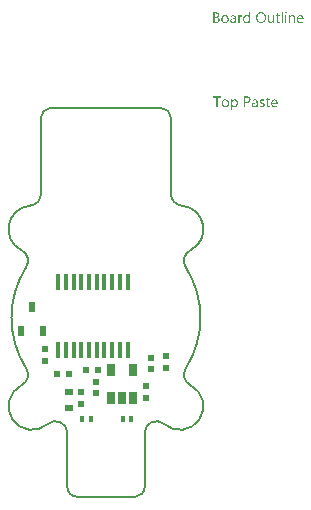
<source format=gtp>
G04*
G04 #@! TF.GenerationSoftware,Altium Limited,Altium Designer,21.8.1 (53)*
G04*
G04 Layer_Color=8421504*
%FSAX25Y25*%
%MOIN*%
G70*
G04*
G04 #@! TF.SameCoordinates,18D3F597-79DD-4A29-BD4C-A2841DF7949F*
G04*
G04*
G04 #@! TF.FilePolarity,Positive*
G04*
G01*
G75*
%ADD12C,0.00787*%
%ADD16R,0.02362X0.03543*%
%ADD17R,0.02756X0.03937*%
%ADD18R,0.01575X0.05315*%
%ADD19R,0.02165X0.01968*%
%ADD20R,0.01280X0.02461*%
%ADD21R,0.03150X0.02362*%
%ADD22R,0.02165X0.01968*%
%ADD23R,0.01968X0.02165*%
%ADD24R,0.01968X0.02165*%
G36*
X0060012Y0137578D02*
X0060037D01*
X0060093Y0137554D01*
X0060124Y0137535D01*
X0060155Y0137510D01*
X0060161Y0137504D01*
X0060167Y0137498D01*
X0060198Y0137461D01*
X0060223Y0137399D01*
X0060229Y0137362D01*
X0060235Y0137325D01*
Y0137319D01*
Y0137306D01*
X0060229Y0137287D01*
X0060223Y0137263D01*
X0060204Y0137201D01*
X0060179Y0137170D01*
X0060155Y0137139D01*
X0060148D01*
X0060142Y0137127D01*
X0060105Y0137102D01*
X0060049Y0137077D01*
X0060012Y0137071D01*
X0059975Y0137065D01*
X0059957D01*
X0059938Y0137071D01*
X0059913D01*
X0059851Y0137096D01*
X0059820Y0137108D01*
X0059789Y0137133D01*
Y0137139D01*
X0059777Y0137145D01*
X0059765Y0137164D01*
X0059752Y0137182D01*
X0059728Y0137244D01*
X0059721Y0137281D01*
X0059715Y0137325D01*
Y0137331D01*
Y0137343D01*
X0059721Y0137362D01*
X0059728Y0137393D01*
X0059746Y0137449D01*
X0059765Y0137479D01*
X0059789Y0137510D01*
X0059796Y0137517D01*
X0059802Y0137523D01*
X0059839Y0137548D01*
X0059901Y0137572D01*
X0059938Y0137585D01*
X0059994D01*
X0060012Y0137578D01*
D02*
G37*
G36*
X0048022Y0133914D02*
X0047620D01*
Y0134335D01*
X0047607D01*
Y0134329D01*
X0047595Y0134316D01*
X0047576Y0134292D01*
X0047558Y0134261D01*
X0047527Y0134223D01*
X0047490Y0134186D01*
X0047447Y0134143D01*
X0047397Y0134100D01*
X0047341Y0134050D01*
X0047273Y0134007D01*
X0047205Y0133970D01*
X0047125Y0133932D01*
X0047044Y0133902D01*
X0046951Y0133877D01*
X0046852Y0133864D01*
X0046747Y0133858D01*
X0046704D01*
X0046667Y0133864D01*
X0046630Y0133871D01*
X0046580Y0133877D01*
X0046475Y0133902D01*
X0046351Y0133939D01*
X0046227Y0134001D01*
X0046159Y0134038D01*
X0046103Y0134081D01*
X0046041Y0134137D01*
X0045986Y0134193D01*
Y0134199D01*
X0045973Y0134211D01*
X0045961Y0134230D01*
X0045942Y0134254D01*
X0045924Y0134285D01*
X0045899Y0134329D01*
X0045874Y0134378D01*
X0045849Y0134434D01*
X0045819Y0134496D01*
X0045794Y0134564D01*
X0045769Y0134638D01*
X0045750Y0134719D01*
X0045732Y0134805D01*
X0045720Y0134904D01*
X0045713Y0135003D01*
X0045707Y0135109D01*
Y0135115D01*
Y0135133D01*
Y0135170D01*
X0045713Y0135214D01*
X0045720Y0135263D01*
X0045726Y0135325D01*
X0045732Y0135393D01*
X0045744Y0135468D01*
X0045781Y0135629D01*
X0045837Y0135796D01*
X0045874Y0135876D01*
X0045918Y0135957D01*
X0045961Y0136031D01*
X0046017Y0136105D01*
X0046023Y0136111D01*
X0046029Y0136124D01*
X0046048Y0136142D01*
X0046072Y0136167D01*
X0046103Y0136192D01*
X0046147Y0136223D01*
X0046190Y0136260D01*
X0046240Y0136297D01*
X0046363Y0136365D01*
X0046506Y0136427D01*
X0046586Y0136446D01*
X0046673Y0136464D01*
X0046759Y0136477D01*
X0046859Y0136483D01*
X0046908D01*
X0046945Y0136477D01*
X0046982Y0136470D01*
X0047032Y0136464D01*
X0047143Y0136433D01*
X0047267Y0136384D01*
X0047329Y0136353D01*
X0047391Y0136310D01*
X0047453Y0136266D01*
X0047508Y0136211D01*
X0047558Y0136149D01*
X0047607Y0136074D01*
X0047620D01*
Y0137634D01*
X0048022D01*
Y0133914D01*
D02*
G37*
G36*
X0062290Y0136477D02*
X0062364Y0136470D01*
X0062457Y0136452D01*
X0062556Y0136421D01*
X0062661Y0136371D01*
X0062767Y0136303D01*
X0062810Y0136266D01*
X0062853Y0136217D01*
X0062866Y0136204D01*
X0062891Y0136167D01*
X0062922Y0136105D01*
X0062965Y0136019D01*
X0063002Y0135913D01*
X0063039Y0135783D01*
X0063064Y0135629D01*
X0063070Y0135449D01*
Y0133914D01*
X0062668D01*
Y0135344D01*
Y0135350D01*
Y0135381D01*
X0062661Y0135418D01*
Y0135468D01*
X0062649Y0135530D01*
X0062637Y0135598D01*
X0062618Y0135672D01*
X0062594Y0135746D01*
X0062563Y0135820D01*
X0062525Y0135889D01*
X0062476Y0135957D01*
X0062420Y0136019D01*
X0062358Y0136068D01*
X0062278Y0136105D01*
X0062191Y0136136D01*
X0062086Y0136142D01*
X0062073D01*
X0062036Y0136136D01*
X0061981Y0136130D01*
X0061913Y0136111D01*
X0061832Y0136087D01*
X0061745Y0136043D01*
X0061665Y0135988D01*
X0061585Y0135913D01*
X0061578Y0135901D01*
X0061554Y0135876D01*
X0061523Y0135827D01*
X0061485Y0135759D01*
X0061448Y0135678D01*
X0061417Y0135579D01*
X0061393Y0135468D01*
X0061386Y0135344D01*
Y0133914D01*
X0060984D01*
Y0136427D01*
X0061386D01*
Y0136006D01*
X0061399D01*
X0061405Y0136012D01*
X0061411Y0136025D01*
X0061430Y0136049D01*
X0061454Y0136081D01*
X0061479Y0136118D01*
X0061516Y0136155D01*
X0061560Y0136198D01*
X0061609Y0136248D01*
X0061665Y0136291D01*
X0061727Y0136334D01*
X0061795Y0136371D01*
X0061869Y0136408D01*
X0061944Y0136440D01*
X0062030Y0136464D01*
X0062123Y0136477D01*
X0062222Y0136483D01*
X0062259D01*
X0062290Y0136477D01*
D02*
G37*
G36*
X0045292Y0136464D02*
X0045367Y0136458D01*
X0045410Y0136446D01*
X0045441Y0136433D01*
Y0136019D01*
X0045435Y0136025D01*
X0045422Y0136031D01*
X0045398Y0136043D01*
X0045367Y0136062D01*
X0045323Y0136074D01*
X0045268Y0136087D01*
X0045206Y0136093D01*
X0045138Y0136099D01*
X0045125D01*
X0045094Y0136093D01*
X0045045Y0136087D01*
X0044989Y0136068D01*
X0044915Y0136037D01*
X0044847Y0135994D01*
X0044772Y0135932D01*
X0044704Y0135851D01*
X0044698Y0135839D01*
X0044680Y0135808D01*
X0044649Y0135752D01*
X0044618Y0135678D01*
X0044587Y0135585D01*
X0044556Y0135468D01*
X0044537Y0135338D01*
X0044531Y0135189D01*
Y0133914D01*
X0044129D01*
Y0136427D01*
X0044531D01*
Y0135907D01*
X0044543D01*
Y0135913D01*
X0044550Y0135919D01*
X0044562Y0135951D01*
X0044581Y0136000D01*
X0044611Y0136062D01*
X0044642Y0136124D01*
X0044692Y0136192D01*
X0044741Y0136260D01*
X0044803Y0136322D01*
X0044810Y0136328D01*
X0044834Y0136347D01*
X0044872Y0136371D01*
X0044921Y0136396D01*
X0044977Y0136421D01*
X0045045Y0136446D01*
X0045119Y0136464D01*
X0045200Y0136470D01*
X0045255D01*
X0045292Y0136464D01*
D02*
G37*
G36*
X0056032Y0133914D02*
X0055630D01*
Y0134310D01*
X0055617D01*
Y0134304D01*
X0055605Y0134292D01*
X0055593Y0134267D01*
X0055568Y0134242D01*
X0055512Y0134168D01*
X0055425Y0134087D01*
X0055376Y0134044D01*
X0055320Y0134001D01*
X0055258Y0133964D01*
X0055184Y0133926D01*
X0055110Y0133902D01*
X0055029Y0133877D01*
X0054936Y0133864D01*
X0054844Y0133858D01*
X0054806D01*
X0054763Y0133864D01*
X0054701Y0133877D01*
X0054633Y0133889D01*
X0054559Y0133914D01*
X0054478Y0133945D01*
X0054398Y0133994D01*
X0054311Y0134050D01*
X0054231Y0134118D01*
X0054157Y0134205D01*
X0054088Y0134310D01*
X0054027Y0134428D01*
X0053983Y0134570D01*
X0053958Y0134737D01*
X0053946Y0134824D01*
Y0134923D01*
Y0136427D01*
X0054342D01*
Y0134985D01*
Y0134979D01*
Y0134954D01*
X0054348Y0134911D01*
X0054355Y0134861D01*
X0054361Y0134799D01*
X0054373Y0134737D01*
X0054392Y0134663D01*
X0054417Y0134589D01*
X0054454Y0134514D01*
X0054491Y0134446D01*
X0054540Y0134378D01*
X0054602Y0134316D01*
X0054670Y0134267D01*
X0054751Y0134230D01*
X0054850Y0134199D01*
X0054955Y0134193D01*
X0054967D01*
X0055005Y0134199D01*
X0055060Y0134205D01*
X0055122Y0134217D01*
X0055203Y0134248D01*
X0055283Y0134285D01*
X0055364Y0134335D01*
X0055438Y0134409D01*
X0055444Y0134422D01*
X0055469Y0134446D01*
X0055500Y0134496D01*
X0055537Y0134564D01*
X0055568Y0134644D01*
X0055599Y0134743D01*
X0055624Y0134855D01*
X0055630Y0134979D01*
Y0136427D01*
X0056032D01*
Y0133914D01*
D02*
G37*
G36*
X0060167D02*
X0059765D01*
Y0136427D01*
X0060167D01*
Y0133914D01*
D02*
G37*
G36*
X0058948D02*
X0058545D01*
Y0137634D01*
X0058948D01*
Y0133914D01*
D02*
G37*
G36*
X0042569Y0136477D02*
X0042625Y0136470D01*
X0042693Y0136452D01*
X0042767Y0136433D01*
X0042847Y0136402D01*
X0042934Y0136365D01*
X0043014Y0136316D01*
X0043095Y0136254D01*
X0043169Y0136179D01*
X0043237Y0136087D01*
X0043293Y0135981D01*
X0043336Y0135858D01*
X0043361Y0135715D01*
X0043374Y0135548D01*
Y0133914D01*
X0042971D01*
Y0134304D01*
X0042959D01*
Y0134298D01*
X0042946Y0134285D01*
X0042934Y0134261D01*
X0042909Y0134236D01*
X0042847Y0134162D01*
X0042767Y0134081D01*
X0042656Y0134001D01*
X0042526Y0133926D01*
X0042445Y0133902D01*
X0042364Y0133877D01*
X0042278Y0133864D01*
X0042185Y0133858D01*
X0042148D01*
X0042123Y0133864D01*
X0042055Y0133871D01*
X0041975Y0133883D01*
X0041875Y0133908D01*
X0041783Y0133939D01*
X0041684Y0133988D01*
X0041597Y0134050D01*
X0041591Y0134063D01*
X0041566Y0134087D01*
X0041529Y0134131D01*
X0041492Y0134193D01*
X0041455Y0134267D01*
X0041418Y0134353D01*
X0041393Y0134459D01*
X0041387Y0134576D01*
Y0134582D01*
Y0134607D01*
X0041393Y0134644D01*
X0041399Y0134688D01*
X0041411Y0134743D01*
X0041430Y0134805D01*
X0041455Y0134873D01*
X0041492Y0134941D01*
X0041535Y0135016D01*
X0041591Y0135090D01*
X0041659Y0135158D01*
X0041739Y0135220D01*
X0041832Y0135282D01*
X0041944Y0135331D01*
X0042067Y0135369D01*
X0042216Y0135400D01*
X0042971Y0135505D01*
Y0135511D01*
Y0135530D01*
X0042965Y0135567D01*
Y0135604D01*
X0042953Y0135653D01*
X0042946Y0135709D01*
X0042909Y0135827D01*
X0042878Y0135882D01*
X0042847Y0135938D01*
X0042804Y0135994D01*
X0042755Y0136043D01*
X0042693Y0136087D01*
X0042625Y0136118D01*
X0042544Y0136136D01*
X0042451Y0136142D01*
X0042408D01*
X0042377Y0136136D01*
X0042334D01*
X0042290Y0136124D01*
X0042179Y0136105D01*
X0042055Y0136068D01*
X0041919Y0136012D01*
X0041845Y0135975D01*
X0041776Y0135938D01*
X0041702Y0135889D01*
X0041634Y0135833D01*
Y0136248D01*
X0041640D01*
X0041653Y0136260D01*
X0041671Y0136272D01*
X0041702Y0136285D01*
X0041733Y0136303D01*
X0041776Y0136322D01*
X0041826Y0136340D01*
X0041882Y0136365D01*
X0042006Y0136408D01*
X0042154Y0136446D01*
X0042315Y0136470D01*
X0042488Y0136483D01*
X0042526D01*
X0042569Y0136477D01*
D02*
G37*
G36*
X0036880Y0137424D02*
X0036924D01*
X0036967Y0137417D01*
X0037066Y0137405D01*
X0037183Y0137374D01*
X0037307Y0137337D01*
X0037425Y0137281D01*
X0037530Y0137207D01*
X0037536D01*
X0037543Y0137195D01*
X0037574Y0137170D01*
X0037617Y0137120D01*
X0037666Y0137052D01*
X0037710Y0136966D01*
X0037753Y0136867D01*
X0037784Y0136755D01*
X0037796Y0136693D01*
Y0136625D01*
Y0136619D01*
Y0136613D01*
Y0136576D01*
X0037790Y0136520D01*
X0037778Y0136452D01*
X0037759Y0136365D01*
X0037728Y0136278D01*
X0037691Y0136192D01*
X0037635Y0136105D01*
X0037629Y0136093D01*
X0037604Y0136068D01*
X0037567Y0136031D01*
X0037518Y0135981D01*
X0037456Y0135932D01*
X0037382Y0135876D01*
X0037289Y0135833D01*
X0037190Y0135790D01*
Y0135783D01*
X0037208D01*
X0037227Y0135777D01*
X0037245Y0135771D01*
X0037314Y0135759D01*
X0037394Y0135734D01*
X0037481Y0135697D01*
X0037574Y0135653D01*
X0037666Y0135591D01*
X0037753Y0135511D01*
X0037765Y0135499D01*
X0037790Y0135468D01*
X0037821Y0135424D01*
X0037864Y0135356D01*
X0037901Y0135270D01*
X0037939Y0135170D01*
X0037964Y0135053D01*
X0037970Y0134923D01*
Y0134917D01*
Y0134904D01*
Y0134880D01*
X0037964Y0134849D01*
X0037957Y0134811D01*
X0037951Y0134768D01*
X0037926Y0134663D01*
X0037889Y0134545D01*
X0037833Y0134422D01*
X0037796Y0134366D01*
X0037753Y0134304D01*
X0037697Y0134248D01*
X0037642Y0134193D01*
X0037635D01*
X0037629Y0134180D01*
X0037611Y0134168D01*
X0037586Y0134149D01*
X0037555Y0134131D01*
X0037512Y0134106D01*
X0037419Y0134056D01*
X0037301Y0134001D01*
X0037165Y0133957D01*
X0037004Y0133926D01*
X0036924Y0133920D01*
X0036831Y0133914D01*
X0035803D01*
Y0137430D01*
X0036849D01*
X0036880Y0137424D01*
D02*
G37*
G36*
X0057375Y0136427D02*
X0058013D01*
Y0136081D01*
X0057375D01*
Y0134663D01*
Y0134651D01*
Y0134620D01*
X0057381Y0134576D01*
X0057388Y0134521D01*
X0057412Y0134403D01*
X0057431Y0134347D01*
X0057462Y0134304D01*
X0057468Y0134298D01*
X0057481Y0134285D01*
X0057499Y0134273D01*
X0057530Y0134254D01*
X0057567Y0134230D01*
X0057617Y0134217D01*
X0057679Y0134205D01*
X0057747Y0134199D01*
X0057771D01*
X0057802Y0134205D01*
X0057840Y0134211D01*
X0057926Y0134236D01*
X0057969Y0134254D01*
X0058013Y0134279D01*
Y0133932D01*
X0058007D01*
X0057988Y0133920D01*
X0057957Y0133914D01*
X0057914Y0133902D01*
X0057858Y0133889D01*
X0057796Y0133877D01*
X0057722Y0133871D01*
X0057635Y0133864D01*
X0057604D01*
X0057573Y0133871D01*
X0057530Y0133877D01*
X0057481Y0133889D01*
X0057425Y0133902D01*
X0057369Y0133926D01*
X0057307Y0133957D01*
X0057245Y0133994D01*
X0057183Y0134044D01*
X0057128Y0134100D01*
X0057078Y0134174D01*
X0057035Y0134254D01*
X0057004Y0134353D01*
X0056979Y0134465D01*
X0056973Y0134595D01*
Y0136081D01*
X0056546D01*
Y0136427D01*
X0056973D01*
Y0137040D01*
X0057375Y0137170D01*
Y0136427D01*
D02*
G37*
G36*
X0064902Y0136477D02*
X0064946Y0136470D01*
X0064989Y0136464D01*
X0065100Y0136446D01*
X0065224Y0136402D01*
X0065348Y0136347D01*
X0065410Y0136310D01*
X0065472Y0136266D01*
X0065527Y0136217D01*
X0065583Y0136161D01*
X0065589Y0136155D01*
X0065596Y0136149D01*
X0065608Y0136130D01*
X0065627Y0136105D01*
X0065645Y0136068D01*
X0065670Y0136031D01*
X0065695Y0135988D01*
X0065719Y0135932D01*
X0065744Y0135870D01*
X0065769Y0135808D01*
X0065794Y0135734D01*
X0065812Y0135653D01*
X0065831Y0135567D01*
X0065843Y0135480D01*
X0065856Y0135381D01*
Y0135276D01*
Y0135065D01*
X0064079D01*
Y0135059D01*
Y0135047D01*
Y0135028D01*
X0064085Y0134997D01*
X0064091Y0134960D01*
Y0134923D01*
X0064110Y0134824D01*
X0064141Y0134725D01*
X0064178Y0134613D01*
X0064234Y0134508D01*
X0064302Y0134415D01*
X0064314Y0134403D01*
X0064339Y0134378D01*
X0064389Y0134347D01*
X0064457Y0134304D01*
X0064543Y0134261D01*
X0064642Y0134230D01*
X0064760Y0134205D01*
X0064896Y0134193D01*
X0064939D01*
X0064970Y0134199D01*
X0065008D01*
X0065051Y0134205D01*
X0065156Y0134230D01*
X0065274Y0134261D01*
X0065404Y0134310D01*
X0065540Y0134378D01*
X0065608Y0134422D01*
X0065676Y0134471D01*
Y0134093D01*
X0065670D01*
X0065664Y0134081D01*
X0065645Y0134075D01*
X0065614Y0134056D01*
X0065583Y0134038D01*
X0065546Y0134019D01*
X0065497Y0134001D01*
X0065447Y0133976D01*
X0065385Y0133951D01*
X0065317Y0133932D01*
X0065168Y0133895D01*
X0064995Y0133871D01*
X0064803Y0133858D01*
X0064754D01*
X0064717Y0133864D01*
X0064673Y0133871D01*
X0064618Y0133877D01*
X0064500Y0133902D01*
X0064364Y0133939D01*
X0064228Y0134001D01*
X0064160Y0134044D01*
X0064091Y0134087D01*
X0064030Y0134137D01*
X0063968Y0134199D01*
X0063961Y0134205D01*
X0063955Y0134217D01*
X0063943Y0134236D01*
X0063918Y0134261D01*
X0063899Y0134298D01*
X0063875Y0134341D01*
X0063844Y0134391D01*
X0063819Y0134446D01*
X0063788Y0134508D01*
X0063763Y0134582D01*
X0063732Y0134663D01*
X0063714Y0134750D01*
X0063695Y0134843D01*
X0063677Y0134941D01*
X0063670Y0135047D01*
X0063664Y0135158D01*
Y0135164D01*
Y0135183D01*
Y0135214D01*
X0063670Y0135257D01*
X0063677Y0135307D01*
X0063683Y0135362D01*
X0063689Y0135431D01*
X0063708Y0135499D01*
X0063745Y0135647D01*
X0063801Y0135808D01*
X0063838Y0135889D01*
X0063887Y0135963D01*
X0063937Y0136043D01*
X0063992Y0136111D01*
X0063999Y0136118D01*
X0064011Y0136130D01*
X0064030Y0136149D01*
X0064054Y0136167D01*
X0064085Y0136198D01*
X0064122Y0136229D01*
X0064172Y0136260D01*
X0064221Y0136297D01*
X0064339Y0136365D01*
X0064481Y0136427D01*
X0064562Y0136446D01*
X0064642Y0136464D01*
X0064729Y0136477D01*
X0064822Y0136483D01*
X0064871D01*
X0064902Y0136477D01*
D02*
G37*
G36*
X0051860Y0137486D02*
X0051922Y0137479D01*
X0051996Y0137467D01*
X0052077Y0137449D01*
X0052163Y0137430D01*
X0052250Y0137405D01*
X0052349Y0137374D01*
X0052442Y0137331D01*
X0052541Y0137281D01*
X0052640Y0137226D01*
X0052733Y0137157D01*
X0052826Y0137083D01*
X0052912Y0136997D01*
X0052918Y0136990D01*
X0052931Y0136972D01*
X0052956Y0136947D01*
X0052980Y0136910D01*
X0053017Y0136860D01*
X0053055Y0136799D01*
X0053092Y0136730D01*
X0053135Y0136656D01*
X0053179Y0136563D01*
X0053216Y0136470D01*
X0053253Y0136365D01*
X0053290Y0136248D01*
X0053315Y0136130D01*
X0053339Y0136000D01*
X0053352Y0135858D01*
X0053358Y0135715D01*
Y0135703D01*
Y0135678D01*
Y0135635D01*
X0053352Y0135573D01*
X0053346Y0135499D01*
X0053333Y0135418D01*
X0053321Y0135325D01*
X0053302Y0135220D01*
X0053277Y0135115D01*
X0053247Y0135003D01*
X0053209Y0134892D01*
X0053166Y0134781D01*
X0053110Y0134663D01*
X0053048Y0134558D01*
X0052980Y0134452D01*
X0052900Y0134353D01*
X0052894Y0134347D01*
X0052881Y0134335D01*
X0052850Y0134310D01*
X0052819Y0134279D01*
X0052770Y0134236D01*
X0052714Y0134199D01*
X0052652Y0134149D01*
X0052578Y0134106D01*
X0052498Y0134063D01*
X0052405Y0134013D01*
X0052306Y0133976D01*
X0052194Y0133939D01*
X0052077Y0133902D01*
X0051953Y0133877D01*
X0051823Y0133864D01*
X0051680Y0133858D01*
X0051649D01*
X0051606Y0133864D01*
X0051557D01*
X0051495Y0133871D01*
X0051420Y0133883D01*
X0051340Y0133902D01*
X0051247Y0133920D01*
X0051154Y0133945D01*
X0051055Y0133976D01*
X0050956Y0134019D01*
X0050857Y0134063D01*
X0050758Y0134118D01*
X0050659Y0134186D01*
X0050566Y0134261D01*
X0050480Y0134347D01*
X0050473Y0134353D01*
X0050461Y0134372D01*
X0050436Y0134397D01*
X0050411Y0134434D01*
X0050374Y0134483D01*
X0050337Y0134545D01*
X0050300Y0134613D01*
X0050257Y0134694D01*
X0050213Y0134781D01*
X0050176Y0134873D01*
X0050139Y0134979D01*
X0050102Y0135096D01*
X0050077Y0135214D01*
X0050052Y0135344D01*
X0050040Y0135486D01*
X0050034Y0135629D01*
Y0135641D01*
Y0135666D01*
X0050040Y0135709D01*
Y0135771D01*
X0050046Y0135839D01*
X0050059Y0135926D01*
X0050071Y0136019D01*
X0050090Y0136118D01*
X0050114Y0136223D01*
X0050145Y0136334D01*
X0050182Y0136446D01*
X0050226Y0136557D01*
X0050282Y0136669D01*
X0050344Y0136780D01*
X0050411Y0136885D01*
X0050492Y0136984D01*
X0050498Y0136990D01*
X0050511Y0137009D01*
X0050542Y0137034D01*
X0050579Y0137065D01*
X0050622Y0137102D01*
X0050678Y0137145D01*
X0050746Y0137188D01*
X0050820Y0137238D01*
X0050907Y0137287D01*
X0051000Y0137331D01*
X0051099Y0137374D01*
X0051210Y0137411D01*
X0051334Y0137442D01*
X0051464Y0137473D01*
X0051600Y0137486D01*
X0051742Y0137492D01*
X0051810D01*
X0051860Y0137486D01*
D02*
G37*
G36*
X0039833Y0136477D02*
X0039876Y0136470D01*
X0039932Y0136464D01*
X0040056Y0136440D01*
X0040198Y0136396D01*
X0040340Y0136334D01*
X0040415Y0136297D01*
X0040483Y0136254D01*
X0040551Y0136198D01*
X0040613Y0136136D01*
X0040619Y0136130D01*
X0040625Y0136118D01*
X0040644Y0136099D01*
X0040662Y0136074D01*
X0040687Y0136037D01*
X0040712Y0135994D01*
X0040743Y0135944D01*
X0040774Y0135889D01*
X0040799Y0135820D01*
X0040829Y0135752D01*
X0040854Y0135672D01*
X0040879Y0135585D01*
X0040898Y0135492D01*
X0040916Y0135393D01*
X0040922Y0135288D01*
X0040929Y0135177D01*
Y0135170D01*
Y0135152D01*
Y0135121D01*
X0040922Y0135078D01*
X0040916Y0135028D01*
X0040910Y0134966D01*
X0040898Y0134904D01*
X0040885Y0134830D01*
X0040848Y0134681D01*
X0040786Y0134521D01*
X0040749Y0134440D01*
X0040699Y0134360D01*
X0040650Y0134285D01*
X0040588Y0134217D01*
X0040582Y0134211D01*
X0040569Y0134205D01*
X0040551Y0134186D01*
X0040526Y0134162D01*
X0040489Y0134137D01*
X0040452Y0134106D01*
X0040402Y0134069D01*
X0040347Y0134038D01*
X0040285Y0134007D01*
X0040217Y0133970D01*
X0040142Y0133939D01*
X0040062Y0133914D01*
X0039975Y0133889D01*
X0039882Y0133877D01*
X0039783Y0133864D01*
X0039678Y0133858D01*
X0039622D01*
X0039585Y0133864D01*
X0039542Y0133871D01*
X0039486Y0133877D01*
X0039424Y0133889D01*
X0039356Y0133902D01*
X0039214Y0133945D01*
X0039065Y0134007D01*
X0038991Y0134044D01*
X0038923Y0134093D01*
X0038855Y0134143D01*
X0038787Y0134205D01*
X0038781Y0134211D01*
X0038774Y0134223D01*
X0038756Y0134242D01*
X0038737Y0134267D01*
X0038712Y0134304D01*
X0038682Y0134347D01*
X0038651Y0134397D01*
X0038626Y0134452D01*
X0038595Y0134521D01*
X0038564Y0134589D01*
X0038533Y0134663D01*
X0038508Y0134750D01*
X0038471Y0134935D01*
X0038465Y0135034D01*
X0038459Y0135140D01*
Y0135146D01*
Y0135170D01*
Y0135202D01*
X0038465Y0135245D01*
X0038471Y0135294D01*
X0038477Y0135356D01*
X0038490Y0135424D01*
X0038502Y0135499D01*
X0038539Y0135660D01*
X0038601Y0135820D01*
X0038644Y0135901D01*
X0038688Y0135981D01*
X0038737Y0136056D01*
X0038799Y0136124D01*
X0038805Y0136130D01*
X0038818Y0136142D01*
X0038836Y0136155D01*
X0038861Y0136179D01*
X0038898Y0136204D01*
X0038941Y0136235D01*
X0038991Y0136272D01*
X0039047Y0136303D01*
X0039109Y0136334D01*
X0039183Y0136371D01*
X0039257Y0136402D01*
X0039344Y0136427D01*
X0039430Y0136452D01*
X0039529Y0136470D01*
X0039635Y0136477D01*
X0039740Y0136483D01*
X0039796D01*
X0039833Y0136477D01*
D02*
G37*
G36*
X0043045Y0108438D02*
X0043089Y0108432D01*
X0043132Y0108426D01*
X0043244Y0108401D01*
X0043367Y0108364D01*
X0043491Y0108302D01*
X0043553Y0108265D01*
X0043615Y0108216D01*
X0043671Y0108166D01*
X0043726Y0108104D01*
X0043733Y0108098D01*
X0043739Y0108092D01*
X0043751Y0108067D01*
X0043770Y0108042D01*
X0043788Y0108011D01*
X0043813Y0107968D01*
X0043838Y0107918D01*
X0043863Y0107869D01*
X0043887Y0107807D01*
X0043912Y0107739D01*
X0043937Y0107665D01*
X0043955Y0107584D01*
X0043986Y0107405D01*
X0043999Y0107306D01*
Y0107200D01*
Y0107194D01*
Y0107176D01*
Y0107139D01*
X0043992Y0107095D01*
Y0107046D01*
X0043980Y0106984D01*
X0043974Y0106916D01*
X0043962Y0106841D01*
X0043924Y0106680D01*
X0043869Y0106513D01*
X0043832Y0106433D01*
X0043794Y0106352D01*
X0043745Y0106272D01*
X0043689Y0106198D01*
X0043683Y0106191D01*
X0043677Y0106179D01*
X0043658Y0106160D01*
X0043633Y0106142D01*
X0043602Y0106111D01*
X0043565Y0106080D01*
X0043522Y0106043D01*
X0043473Y0106012D01*
X0043417Y0105975D01*
X0043355Y0105938D01*
X0043206Y0105882D01*
X0043126Y0105857D01*
X0043045Y0105839D01*
X0042953Y0105826D01*
X0042854Y0105820D01*
X0042804D01*
X0042773Y0105826D01*
X0042730Y0105832D01*
X0042686Y0105845D01*
X0042575Y0105870D01*
X0042457Y0105919D01*
X0042389Y0105956D01*
X0042327Y0105993D01*
X0042265Y0106043D01*
X0042210Y0106099D01*
X0042148Y0106160D01*
X0042098Y0106235D01*
X0042086D01*
Y0104724D01*
X0041684D01*
Y0108389D01*
X0042086D01*
Y0107943D01*
X0042098D01*
X0042105Y0107949D01*
X0042111Y0107968D01*
X0042129Y0107993D01*
X0042154Y0108024D01*
X0042185Y0108061D01*
X0042222Y0108104D01*
X0042265Y0108148D01*
X0042321Y0108197D01*
X0042377Y0108240D01*
X0042439Y0108284D01*
X0042513Y0108327D01*
X0042587Y0108364D01*
X0042674Y0108401D01*
X0042767Y0108426D01*
X0042860Y0108438D01*
X0042965Y0108445D01*
X0043014D01*
X0043045Y0108438D01*
D02*
G37*
G36*
X0052318D02*
X0052399Y0108432D01*
X0052485Y0108420D01*
X0052584Y0108395D01*
X0052683Y0108370D01*
X0052782Y0108333D01*
Y0107925D01*
X0052770Y0107931D01*
X0052733Y0107956D01*
X0052677Y0107980D01*
X0052603Y0108018D01*
X0052510Y0108048D01*
X0052399Y0108079D01*
X0052275Y0108098D01*
X0052145Y0108104D01*
X0052077D01*
X0052015Y0108092D01*
X0051941Y0108079D01*
X0051934D01*
X0051928Y0108073D01*
X0051891Y0108061D01*
X0051841Y0108036D01*
X0051786Y0108005D01*
X0051773Y0107999D01*
X0051749Y0107974D01*
X0051718Y0107937D01*
X0051687Y0107894D01*
X0051680Y0107881D01*
X0051668Y0107850D01*
X0051656Y0107807D01*
X0051649Y0107751D01*
Y0107745D01*
Y0107733D01*
Y0107714D01*
X0051656Y0107696D01*
X0051668Y0107640D01*
X0051687Y0107584D01*
X0051693Y0107572D01*
X0051711Y0107547D01*
X0051749Y0107510D01*
X0051792Y0107467D01*
X0051798D01*
X0051804Y0107460D01*
X0051841Y0107436D01*
X0051891Y0107405D01*
X0051959Y0107374D01*
X0051965D01*
X0051978Y0107368D01*
X0051996Y0107361D01*
X0052027Y0107349D01*
X0052095Y0107324D01*
X0052182Y0107287D01*
X0052188D01*
X0052213Y0107275D01*
X0052244Y0107262D01*
X0052281Y0107250D01*
X0052380Y0107207D01*
X0052479Y0107157D01*
X0052485D01*
X0052504Y0107145D01*
X0052529Y0107132D01*
X0052560Y0107114D01*
X0052634Y0107064D01*
X0052708Y0107002D01*
X0052714Y0106996D01*
X0052727Y0106990D01*
X0052739Y0106971D01*
X0052764Y0106947D01*
X0052807Y0106885D01*
X0052850Y0106804D01*
Y0106798D01*
X0052857Y0106786D01*
X0052869Y0106761D01*
X0052875Y0106730D01*
X0052887Y0106693D01*
X0052894Y0106649D01*
X0052900Y0106544D01*
Y0106538D01*
Y0106513D01*
X0052894Y0106476D01*
X0052887Y0106433D01*
X0052881Y0106383D01*
X0052863Y0106328D01*
X0052844Y0106278D01*
X0052813Y0106222D01*
X0052807Y0106216D01*
X0052801Y0106198D01*
X0052782Y0106173D01*
X0052758Y0106142D01*
X0052727Y0106105D01*
X0052689Y0106068D01*
X0052597Y0105993D01*
X0052590Y0105987D01*
X0052572Y0105981D01*
X0052547Y0105962D01*
X0052504Y0105944D01*
X0052460Y0105919D01*
X0052405Y0105901D01*
X0052349Y0105882D01*
X0052281Y0105863D01*
X0052275D01*
X0052250Y0105857D01*
X0052213Y0105851D01*
X0052170Y0105845D01*
X0052108Y0105832D01*
X0052046Y0105826D01*
X0051903Y0105820D01*
X0051841D01*
X0051767Y0105826D01*
X0051674Y0105839D01*
X0051569Y0105857D01*
X0051458Y0105882D01*
X0051346Y0105913D01*
X0051235Y0105962D01*
Y0106396D01*
X0051241D01*
X0051247Y0106383D01*
X0051266Y0106371D01*
X0051291Y0106359D01*
X0051359Y0106321D01*
X0051451Y0106278D01*
X0051557Y0106229D01*
X0051680Y0106191D01*
X0051817Y0106167D01*
X0051959Y0106154D01*
X0052009D01*
X0052039Y0106160D01*
X0052126Y0106173D01*
X0052225Y0106198D01*
X0052318Y0106241D01*
X0052361Y0106272D01*
X0052405Y0106303D01*
X0052436Y0106346D01*
X0052460Y0106389D01*
X0052479Y0106445D01*
X0052485Y0106507D01*
Y0106513D01*
Y0106526D01*
Y0106544D01*
X0052479Y0106563D01*
X0052467Y0106618D01*
X0052442Y0106674D01*
Y0106680D01*
X0052436Y0106687D01*
X0052411Y0106718D01*
X0052374Y0106761D01*
X0052318Y0106798D01*
X0052312D01*
X0052306Y0106810D01*
X0052268Y0106829D01*
X0052213Y0106866D01*
X0052139Y0106897D01*
X0052132D01*
X0052120Y0106903D01*
X0052101Y0106916D01*
X0052070Y0106928D01*
X0052002Y0106953D01*
X0051916Y0106990D01*
X0051910D01*
X0051885Y0107002D01*
X0051854Y0107015D01*
X0051817Y0107027D01*
X0051718Y0107070D01*
X0051619Y0107120D01*
X0051612Y0107126D01*
X0051600Y0107132D01*
X0051575Y0107145D01*
X0051544Y0107163D01*
X0051476Y0107213D01*
X0051408Y0107269D01*
X0051402Y0107275D01*
X0051396Y0107281D01*
X0051377Y0107299D01*
X0051359Y0107324D01*
X0051315Y0107386D01*
X0051278Y0107460D01*
Y0107467D01*
X0051272Y0107479D01*
X0051266Y0107504D01*
X0051260Y0107535D01*
X0051253Y0107572D01*
X0051247Y0107615D01*
X0051241Y0107720D01*
Y0107727D01*
Y0107751D01*
X0051247Y0107782D01*
X0051253Y0107826D01*
X0051260Y0107875D01*
X0051278Y0107925D01*
X0051297Y0107980D01*
X0051322Y0108030D01*
X0051328Y0108036D01*
X0051334Y0108055D01*
X0051352Y0108079D01*
X0051377Y0108110D01*
X0051445Y0108185D01*
X0051532Y0108259D01*
X0051538Y0108265D01*
X0051557Y0108271D01*
X0051581Y0108290D01*
X0051625Y0108308D01*
X0051668Y0108333D01*
X0051718Y0108358D01*
X0051841Y0108395D01*
X0051848D01*
X0051872Y0108401D01*
X0051903Y0108414D01*
X0051953Y0108420D01*
X0052002Y0108432D01*
X0052064Y0108438D01*
X0052201Y0108445D01*
X0052256D01*
X0052318Y0108438D01*
D02*
G37*
G36*
X0049823D02*
X0049879Y0108432D01*
X0049947Y0108414D01*
X0050022Y0108395D01*
X0050102Y0108364D01*
X0050189Y0108327D01*
X0050269Y0108277D01*
X0050350Y0108216D01*
X0050424Y0108141D01*
X0050492Y0108048D01*
X0050548Y0107943D01*
X0050591Y0107819D01*
X0050616Y0107677D01*
X0050628Y0107510D01*
Y0105876D01*
X0050226D01*
Y0106266D01*
X0050213D01*
Y0106260D01*
X0050201Y0106247D01*
X0050189Y0106222D01*
X0050164Y0106198D01*
X0050102Y0106123D01*
X0050022Y0106043D01*
X0049910Y0105962D01*
X0049780Y0105888D01*
X0049700Y0105863D01*
X0049619Y0105839D01*
X0049533Y0105826D01*
X0049440Y0105820D01*
X0049403D01*
X0049378Y0105826D01*
X0049310Y0105832D01*
X0049229Y0105845D01*
X0049130Y0105870D01*
X0049037Y0105901D01*
X0048938Y0105950D01*
X0048852Y0106012D01*
X0048845Y0106024D01*
X0048821Y0106049D01*
X0048784Y0106092D01*
X0048746Y0106154D01*
X0048709Y0106229D01*
X0048672Y0106315D01*
X0048647Y0106421D01*
X0048641Y0106538D01*
Y0106544D01*
Y0106569D01*
X0048647Y0106606D01*
X0048654Y0106649D01*
X0048666Y0106705D01*
X0048684Y0106767D01*
X0048709Y0106835D01*
X0048746Y0106903D01*
X0048790Y0106978D01*
X0048845Y0107052D01*
X0048914Y0107120D01*
X0048994Y0107182D01*
X0049087Y0107244D01*
X0049198Y0107293D01*
X0049322Y0107330D01*
X0049471Y0107361D01*
X0050226Y0107467D01*
Y0107473D01*
Y0107491D01*
X0050220Y0107528D01*
Y0107566D01*
X0050207Y0107615D01*
X0050201Y0107671D01*
X0050164Y0107788D01*
X0050133Y0107844D01*
X0050102Y0107900D01*
X0050059Y0107956D01*
X0050009Y0108005D01*
X0049947Y0108048D01*
X0049879Y0108079D01*
X0049799Y0108098D01*
X0049706Y0108104D01*
X0049663D01*
X0049632Y0108098D01*
X0049588D01*
X0049545Y0108086D01*
X0049433Y0108067D01*
X0049310Y0108030D01*
X0049174Y0107974D01*
X0049099Y0107937D01*
X0049031Y0107900D01*
X0048957Y0107850D01*
X0048889Y0107795D01*
Y0108209D01*
X0048895D01*
X0048907Y0108222D01*
X0048926Y0108234D01*
X0048957Y0108247D01*
X0048988Y0108265D01*
X0049031Y0108284D01*
X0049081Y0108302D01*
X0049136Y0108327D01*
X0049260Y0108370D01*
X0049409Y0108407D01*
X0049570Y0108432D01*
X0049743Y0108445D01*
X0049780D01*
X0049823Y0108438D01*
D02*
G37*
G36*
X0047125Y0109386D02*
X0047174D01*
X0047224Y0109379D01*
X0047354Y0109354D01*
X0047490Y0109324D01*
X0047638Y0109274D01*
X0047781Y0109206D01*
X0047843Y0109163D01*
X0047905Y0109113D01*
X0047911D01*
X0047917Y0109101D01*
X0047936Y0109082D01*
X0047954Y0109064D01*
X0048004Y0109002D01*
X0048066Y0108915D01*
X0048121Y0108804D01*
X0048171Y0108674D01*
X0048208Y0108519D01*
X0048214Y0108432D01*
X0048220Y0108339D01*
Y0108333D01*
Y0108315D01*
Y0108290D01*
X0048214Y0108259D01*
X0048208Y0108216D01*
X0048202Y0108166D01*
X0048177Y0108048D01*
X0048134Y0107918D01*
X0048072Y0107782D01*
X0048035Y0107714D01*
X0047991Y0107646D01*
X0047936Y0107578D01*
X0047874Y0107516D01*
X0047868Y0107510D01*
X0047855Y0107504D01*
X0047837Y0107485D01*
X0047812Y0107467D01*
X0047775Y0107442D01*
X0047731Y0107417D01*
X0047682Y0107386D01*
X0047626Y0107361D01*
X0047564Y0107330D01*
X0047496Y0107299D01*
X0047416Y0107275D01*
X0047335Y0107250D01*
X0047149Y0107213D01*
X0047050Y0107207D01*
X0046945Y0107200D01*
X0046481D01*
Y0105876D01*
X0046066D01*
Y0109392D01*
X0047087D01*
X0047125Y0109386D01*
D02*
G37*
G36*
X0038242Y0109020D02*
X0037227D01*
Y0105876D01*
X0036818D01*
Y0109020D01*
X0035803D01*
Y0109392D01*
X0038242D01*
Y0109020D01*
D02*
G37*
G36*
X0054051Y0108389D02*
X0054689D01*
Y0108042D01*
X0054051D01*
Y0106625D01*
Y0106612D01*
Y0106581D01*
X0054057Y0106538D01*
X0054064Y0106482D01*
X0054088Y0106365D01*
X0054107Y0106309D01*
X0054138Y0106266D01*
X0054144Y0106260D01*
X0054157Y0106247D01*
X0054175Y0106235D01*
X0054206Y0106216D01*
X0054243Y0106191D01*
X0054293Y0106179D01*
X0054355Y0106167D01*
X0054423Y0106160D01*
X0054447D01*
X0054478Y0106167D01*
X0054515Y0106173D01*
X0054602Y0106198D01*
X0054646Y0106216D01*
X0054689Y0106241D01*
Y0105894D01*
X0054683D01*
X0054664Y0105882D01*
X0054633Y0105876D01*
X0054590Y0105863D01*
X0054534Y0105851D01*
X0054472Y0105839D01*
X0054398Y0105832D01*
X0054311Y0105826D01*
X0054280D01*
X0054249Y0105832D01*
X0054206Y0105839D01*
X0054157Y0105851D01*
X0054101Y0105863D01*
X0054045Y0105888D01*
X0053983Y0105919D01*
X0053921Y0105956D01*
X0053859Y0106006D01*
X0053804Y0106061D01*
X0053754Y0106136D01*
X0053711Y0106216D01*
X0053680Y0106315D01*
X0053655Y0106427D01*
X0053649Y0106557D01*
Y0108042D01*
X0053222D01*
Y0108389D01*
X0053649D01*
Y0109002D01*
X0054051Y0109132D01*
Y0108389D01*
D02*
G37*
G36*
X0056292Y0108438D02*
X0056335Y0108432D01*
X0056379Y0108426D01*
X0056490Y0108407D01*
X0056614Y0108364D01*
X0056738Y0108308D01*
X0056800Y0108271D01*
X0056862Y0108228D01*
X0056917Y0108178D01*
X0056973Y0108123D01*
X0056979Y0108116D01*
X0056985Y0108110D01*
X0056998Y0108092D01*
X0057016Y0108067D01*
X0057035Y0108030D01*
X0057060Y0107993D01*
X0057084Y0107949D01*
X0057109Y0107894D01*
X0057134Y0107832D01*
X0057159Y0107770D01*
X0057183Y0107696D01*
X0057202Y0107615D01*
X0057221Y0107528D01*
X0057233Y0107442D01*
X0057245Y0107343D01*
Y0107238D01*
Y0107027D01*
X0055469D01*
Y0107021D01*
Y0107009D01*
Y0106990D01*
X0055475Y0106959D01*
X0055481Y0106922D01*
Y0106885D01*
X0055500Y0106786D01*
X0055531Y0106687D01*
X0055568Y0106575D01*
X0055624Y0106470D01*
X0055692Y0106377D01*
X0055704Y0106365D01*
X0055729Y0106340D01*
X0055778Y0106309D01*
X0055846Y0106266D01*
X0055933Y0106222D01*
X0056032Y0106191D01*
X0056150Y0106167D01*
X0056286Y0106154D01*
X0056329D01*
X0056360Y0106160D01*
X0056397D01*
X0056441Y0106167D01*
X0056546Y0106191D01*
X0056663Y0106222D01*
X0056793Y0106272D01*
X0056930Y0106340D01*
X0056998Y0106383D01*
X0057066Y0106433D01*
Y0106055D01*
X0057060D01*
X0057053Y0106043D01*
X0057035Y0106037D01*
X0057004Y0106018D01*
X0056973Y0106000D01*
X0056936Y0105981D01*
X0056886Y0105962D01*
X0056837Y0105938D01*
X0056775Y0105913D01*
X0056707Y0105894D01*
X0056558Y0105857D01*
X0056385Y0105832D01*
X0056193Y0105820D01*
X0056143D01*
X0056106Y0105826D01*
X0056063Y0105832D01*
X0056007Y0105839D01*
X0055890Y0105863D01*
X0055753Y0105901D01*
X0055617Y0105962D01*
X0055549Y0106006D01*
X0055481Y0106049D01*
X0055419Y0106099D01*
X0055357Y0106160D01*
X0055351Y0106167D01*
X0055345Y0106179D01*
X0055333Y0106198D01*
X0055308Y0106222D01*
X0055289Y0106260D01*
X0055265Y0106303D01*
X0055234Y0106352D01*
X0055209Y0106408D01*
X0055178Y0106470D01*
X0055153Y0106544D01*
X0055122Y0106625D01*
X0055104Y0106711D01*
X0055085Y0106804D01*
X0055066Y0106903D01*
X0055060Y0107009D01*
X0055054Y0107120D01*
Y0107126D01*
Y0107145D01*
Y0107176D01*
X0055060Y0107219D01*
X0055066Y0107269D01*
X0055073Y0107324D01*
X0055079Y0107392D01*
X0055097Y0107460D01*
X0055134Y0107609D01*
X0055190Y0107770D01*
X0055227Y0107850D01*
X0055277Y0107925D01*
X0055326Y0108005D01*
X0055382Y0108073D01*
X0055388Y0108079D01*
X0055401Y0108092D01*
X0055419Y0108110D01*
X0055444Y0108129D01*
X0055475Y0108160D01*
X0055512Y0108191D01*
X0055562Y0108222D01*
X0055611Y0108259D01*
X0055729Y0108327D01*
X0055871Y0108389D01*
X0055952Y0108407D01*
X0056032Y0108426D01*
X0056119Y0108438D01*
X0056212Y0108445D01*
X0056261D01*
X0056292Y0108438D01*
D02*
G37*
G36*
X0039944D02*
X0039988Y0108432D01*
X0040043Y0108426D01*
X0040167Y0108401D01*
X0040310Y0108358D01*
X0040452Y0108296D01*
X0040526Y0108259D01*
X0040594Y0108216D01*
X0040662Y0108160D01*
X0040724Y0108098D01*
X0040730Y0108092D01*
X0040737Y0108079D01*
X0040755Y0108061D01*
X0040774Y0108036D01*
X0040799Y0107999D01*
X0040823Y0107956D01*
X0040854Y0107906D01*
X0040885Y0107850D01*
X0040910Y0107782D01*
X0040941Y0107714D01*
X0040966Y0107634D01*
X0040990Y0107547D01*
X0041009Y0107454D01*
X0041028Y0107355D01*
X0041034Y0107250D01*
X0041040Y0107139D01*
Y0107132D01*
Y0107114D01*
Y0107083D01*
X0041034Y0107039D01*
X0041028Y0106990D01*
X0041021Y0106928D01*
X0041009Y0106866D01*
X0040997Y0106792D01*
X0040959Y0106643D01*
X0040898Y0106482D01*
X0040860Y0106402D01*
X0040811Y0106321D01*
X0040761Y0106247D01*
X0040699Y0106179D01*
X0040693Y0106173D01*
X0040681Y0106167D01*
X0040662Y0106148D01*
X0040637Y0106123D01*
X0040600Y0106099D01*
X0040563Y0106068D01*
X0040514Y0106030D01*
X0040458Y0106000D01*
X0040396Y0105969D01*
X0040328Y0105931D01*
X0040254Y0105901D01*
X0040173Y0105876D01*
X0040087Y0105851D01*
X0039994Y0105839D01*
X0039895Y0105826D01*
X0039790Y0105820D01*
X0039734D01*
X0039697Y0105826D01*
X0039653Y0105832D01*
X0039598Y0105839D01*
X0039536Y0105851D01*
X0039468Y0105863D01*
X0039325Y0105907D01*
X0039177Y0105969D01*
X0039102Y0106006D01*
X0039034Y0106055D01*
X0038966Y0106105D01*
X0038898Y0106167D01*
X0038892Y0106173D01*
X0038886Y0106185D01*
X0038867Y0106204D01*
X0038849Y0106229D01*
X0038824Y0106266D01*
X0038793Y0106309D01*
X0038762Y0106359D01*
X0038737Y0106414D01*
X0038706Y0106482D01*
X0038675Y0106551D01*
X0038644Y0106625D01*
X0038620Y0106711D01*
X0038583Y0106897D01*
X0038576Y0106996D01*
X0038570Y0107101D01*
Y0107107D01*
Y0107132D01*
Y0107163D01*
X0038576Y0107207D01*
X0038583Y0107256D01*
X0038589Y0107318D01*
X0038601Y0107386D01*
X0038613Y0107460D01*
X0038651Y0107621D01*
X0038712Y0107782D01*
X0038756Y0107863D01*
X0038799Y0107943D01*
X0038849Y0108018D01*
X0038910Y0108086D01*
X0038917Y0108092D01*
X0038929Y0108104D01*
X0038948Y0108116D01*
X0038972Y0108141D01*
X0039010Y0108166D01*
X0039053Y0108197D01*
X0039102Y0108234D01*
X0039158Y0108265D01*
X0039220Y0108296D01*
X0039294Y0108333D01*
X0039369Y0108364D01*
X0039455Y0108389D01*
X0039542Y0108414D01*
X0039641Y0108432D01*
X0039746Y0108438D01*
X0039851Y0108445D01*
X0039907D01*
X0039944Y0108438D01*
D02*
G37*
%LPC*%
G36*
X0046908Y0136142D02*
X0046871D01*
X0046846Y0136136D01*
X0046778Y0136130D01*
X0046698Y0136111D01*
X0046605Y0136074D01*
X0046506Y0136025D01*
X0046413Y0135963D01*
X0046369Y0135919D01*
X0046326Y0135870D01*
X0046320Y0135858D01*
X0046295Y0135820D01*
X0046258Y0135759D01*
X0046221Y0135678D01*
X0046184Y0135573D01*
X0046147Y0135443D01*
X0046122Y0135294D01*
X0046116Y0135127D01*
Y0135121D01*
Y0135109D01*
Y0135084D01*
X0046122Y0135053D01*
Y0135022D01*
X0046128Y0134979D01*
X0046140Y0134880D01*
X0046165Y0134768D01*
X0046202Y0134657D01*
X0046252Y0134545D01*
X0046320Y0134440D01*
X0046332Y0134428D01*
X0046357Y0134403D01*
X0046400Y0134360D01*
X0046462Y0134316D01*
X0046543Y0134273D01*
X0046636Y0134230D01*
X0046741Y0134205D01*
X0046865Y0134193D01*
X0046896D01*
X0046920Y0134199D01*
X0046982Y0134205D01*
X0047057Y0134223D01*
X0047143Y0134254D01*
X0047236Y0134292D01*
X0047323Y0134353D01*
X0047409Y0134434D01*
X0047416Y0134446D01*
X0047440Y0134477D01*
X0047477Y0134533D01*
X0047515Y0134601D01*
X0047552Y0134688D01*
X0047589Y0134793D01*
X0047614Y0134917D01*
X0047620Y0135047D01*
Y0135418D01*
Y0135424D01*
Y0135431D01*
Y0135468D01*
X0047607Y0135523D01*
X0047595Y0135598D01*
X0047570Y0135678D01*
X0047533Y0135765D01*
X0047484Y0135851D01*
X0047416Y0135932D01*
X0047409Y0135938D01*
X0047378Y0135963D01*
X0047335Y0136000D01*
X0047279Y0136037D01*
X0047205Y0136074D01*
X0047118Y0136111D01*
X0047019Y0136136D01*
X0046908Y0136142D01*
D02*
G37*
G36*
X0042971Y0135183D02*
X0042364Y0135096D01*
X0042352D01*
X0042321Y0135090D01*
X0042272Y0135078D01*
X0042210Y0135065D01*
X0042142Y0135047D01*
X0042067Y0135022D01*
X0042006Y0134997D01*
X0041944Y0134960D01*
X0041937Y0134954D01*
X0041919Y0134941D01*
X0041900Y0134917D01*
X0041875Y0134880D01*
X0041845Y0134830D01*
X0041826Y0134768D01*
X0041807Y0134694D01*
X0041801Y0134607D01*
Y0134601D01*
Y0134576D01*
X0041807Y0134545D01*
X0041820Y0134502D01*
X0041832Y0134452D01*
X0041857Y0134403D01*
X0041888Y0134353D01*
X0041931Y0134304D01*
X0041937Y0134298D01*
X0041956Y0134285D01*
X0041987Y0134267D01*
X0042024Y0134248D01*
X0042074Y0134230D01*
X0042136Y0134211D01*
X0042204Y0134199D01*
X0042284Y0134193D01*
X0042296D01*
X0042334Y0134199D01*
X0042389Y0134205D01*
X0042457Y0134217D01*
X0042532Y0134242D01*
X0042618Y0134279D01*
X0042699Y0134335D01*
X0042773Y0134403D01*
X0042779Y0134415D01*
X0042804Y0134440D01*
X0042835Y0134483D01*
X0042872Y0134545D01*
X0042909Y0134626D01*
X0042940Y0134713D01*
X0042965Y0134818D01*
X0042971Y0134929D01*
Y0135183D01*
D02*
G37*
G36*
X0036688Y0137058D02*
X0036218D01*
Y0135919D01*
X0036694D01*
X0036756Y0135926D01*
X0036831Y0135938D01*
X0036917Y0135957D01*
X0037010Y0135988D01*
X0037091Y0136025D01*
X0037171Y0136081D01*
X0037177Y0136087D01*
X0037202Y0136111D01*
X0037233Y0136149D01*
X0037270Y0136204D01*
X0037301Y0136266D01*
X0037332Y0136347D01*
X0037357Y0136440D01*
X0037363Y0136545D01*
Y0136551D01*
Y0136569D01*
X0037357Y0136594D01*
X0037351Y0136625D01*
X0037326Y0136706D01*
X0037307Y0136755D01*
X0037276Y0136805D01*
X0037245Y0136848D01*
X0037196Y0136898D01*
X0037146Y0136941D01*
X0037078Y0136978D01*
X0037004Y0137009D01*
X0036911Y0137034D01*
X0036806Y0137052D01*
X0036688Y0137058D01*
D02*
G37*
G36*
Y0135548D02*
X0036218D01*
Y0134285D01*
X0036837D01*
X0036899Y0134292D01*
X0036985Y0134304D01*
X0037072Y0134329D01*
X0037165Y0134353D01*
X0037258Y0134397D01*
X0037338Y0134452D01*
X0037345Y0134459D01*
X0037369Y0134483D01*
X0037400Y0134521D01*
X0037437Y0134576D01*
X0037474Y0134644D01*
X0037505Y0134725D01*
X0037530Y0134824D01*
X0037536Y0134929D01*
Y0134935D01*
Y0134954D01*
X0037530Y0134985D01*
X0037524Y0135028D01*
X0037512Y0135072D01*
X0037493Y0135127D01*
X0037468Y0135183D01*
X0037431Y0135239D01*
X0037388Y0135294D01*
X0037332Y0135350D01*
X0037264Y0135406D01*
X0037177Y0135449D01*
X0037084Y0135492D01*
X0036967Y0135523D01*
X0036837Y0135542D01*
X0036688Y0135548D01*
D02*
G37*
G36*
X0064816Y0136142D02*
X0064766D01*
X0064717Y0136130D01*
X0064648Y0136118D01*
X0064574Y0136093D01*
X0064488Y0136056D01*
X0064407Y0136006D01*
X0064327Y0135938D01*
X0064320Y0135932D01*
X0064296Y0135901D01*
X0064265Y0135858D01*
X0064221Y0135796D01*
X0064178Y0135722D01*
X0064141Y0135629D01*
X0064110Y0135523D01*
X0064085Y0135406D01*
X0065441D01*
Y0135412D01*
Y0135424D01*
Y0135437D01*
Y0135461D01*
X0065435Y0135530D01*
X0065422Y0135604D01*
X0065398Y0135697D01*
X0065373Y0135783D01*
X0065329Y0135870D01*
X0065274Y0135951D01*
X0065267Y0135957D01*
X0065243Y0135981D01*
X0065206Y0136012D01*
X0065156Y0136049D01*
X0065088Y0136081D01*
X0065008Y0136111D01*
X0064921Y0136136D01*
X0064816Y0136142D01*
D02*
G37*
G36*
X0051711Y0137114D02*
X0051656D01*
X0051619Y0137108D01*
X0051569Y0137102D01*
X0051520Y0137096D01*
X0051458Y0137083D01*
X0051390Y0137065D01*
X0051247Y0137015D01*
X0051173Y0136984D01*
X0051092Y0136947D01*
X0051018Y0136898D01*
X0050944Y0136842D01*
X0050876Y0136780D01*
X0050808Y0136712D01*
X0050801Y0136706D01*
X0050795Y0136693D01*
X0050777Y0136669D01*
X0050752Y0136638D01*
X0050727Y0136600D01*
X0050703Y0136551D01*
X0050671Y0136495D01*
X0050641Y0136433D01*
X0050603Y0136359D01*
X0050573Y0136285D01*
X0050548Y0136198D01*
X0050523Y0136105D01*
X0050498Y0136006D01*
X0050480Y0135895D01*
X0050473Y0135783D01*
X0050467Y0135666D01*
Y0135660D01*
Y0135635D01*
Y0135604D01*
X0050473Y0135561D01*
X0050480Y0135505D01*
X0050486Y0135437D01*
X0050498Y0135369D01*
X0050511Y0135294D01*
X0050548Y0135127D01*
X0050610Y0134948D01*
X0050647Y0134861D01*
X0050690Y0134781D01*
X0050746Y0134694D01*
X0050801Y0134620D01*
X0050808Y0134613D01*
X0050820Y0134601D01*
X0050839Y0134582D01*
X0050863Y0134558D01*
X0050894Y0134527D01*
X0050938Y0134496D01*
X0050987Y0134459D01*
X0051037Y0134422D01*
X0051099Y0134384D01*
X0051167Y0134347D01*
X0051315Y0134285D01*
X0051402Y0134261D01*
X0051489Y0134242D01*
X0051581Y0134230D01*
X0051680Y0134223D01*
X0051736D01*
X0051780Y0134230D01*
X0051823Y0134236D01*
X0051885Y0134242D01*
X0051947Y0134254D01*
X0052015Y0134273D01*
X0052157Y0134316D01*
X0052238Y0134347D01*
X0052312Y0134384D01*
X0052386Y0134428D01*
X0052460Y0134477D01*
X0052529Y0134533D01*
X0052597Y0134601D01*
X0052603Y0134607D01*
X0052609Y0134620D01*
X0052628Y0134638D01*
X0052646Y0134669D01*
X0052677Y0134713D01*
X0052702Y0134756D01*
X0052733Y0134811D01*
X0052764Y0134873D01*
X0052795Y0134948D01*
X0052826Y0135028D01*
X0052857Y0135115D01*
X0052881Y0135208D01*
X0052900Y0135307D01*
X0052918Y0135418D01*
X0052925Y0135536D01*
X0052931Y0135660D01*
Y0135666D01*
Y0135690D01*
Y0135728D01*
X0052925Y0135771D01*
X0052918Y0135833D01*
X0052912Y0135901D01*
X0052906Y0135975D01*
X0052887Y0136056D01*
X0052850Y0136223D01*
X0052795Y0136402D01*
X0052758Y0136489D01*
X0052714Y0136576D01*
X0052658Y0136656D01*
X0052603Y0136730D01*
X0052597Y0136737D01*
X0052590Y0136749D01*
X0052572Y0136768D01*
X0052541Y0136792D01*
X0052510Y0136817D01*
X0052473Y0136854D01*
X0052423Y0136885D01*
X0052374Y0136922D01*
X0052312Y0136959D01*
X0052244Y0136990D01*
X0052170Y0137028D01*
X0052089Y0137052D01*
X0052002Y0137077D01*
X0051916Y0137096D01*
X0051817Y0137108D01*
X0051711Y0137114D01*
D02*
G37*
G36*
X0039709Y0136142D02*
X0039672D01*
X0039647Y0136136D01*
X0039573Y0136130D01*
X0039486Y0136111D01*
X0039387Y0136081D01*
X0039282Y0136031D01*
X0039183Y0135963D01*
X0039133Y0135926D01*
X0039090Y0135876D01*
X0039078Y0135864D01*
X0039053Y0135827D01*
X0039022Y0135771D01*
X0038979Y0135690D01*
X0038935Y0135585D01*
X0038904Y0135461D01*
X0038880Y0135319D01*
X0038867Y0135152D01*
Y0135146D01*
Y0135133D01*
Y0135109D01*
X0038873Y0135078D01*
Y0135041D01*
X0038880Y0134997D01*
X0038898Y0134898D01*
X0038923Y0134787D01*
X0038966Y0134669D01*
X0039022Y0134552D01*
X0039096Y0134446D01*
X0039109Y0134434D01*
X0039140Y0134409D01*
X0039189Y0134366D01*
X0039257Y0134323D01*
X0039344Y0134273D01*
X0039449Y0134230D01*
X0039573Y0134205D01*
X0039709Y0134193D01*
X0039746D01*
X0039771Y0134199D01*
X0039845Y0134205D01*
X0039932Y0134223D01*
X0040025Y0134254D01*
X0040130Y0134298D01*
X0040223Y0134360D01*
X0040310Y0134440D01*
X0040316Y0134452D01*
X0040340Y0134490D01*
X0040378Y0134545D01*
X0040415Y0134626D01*
X0040452Y0134731D01*
X0040489Y0134855D01*
X0040514Y0134997D01*
X0040520Y0135164D01*
Y0135170D01*
Y0135183D01*
Y0135208D01*
Y0135245D01*
X0040514Y0135282D01*
X0040508Y0135325D01*
X0040495Y0135431D01*
X0040470Y0135548D01*
X0040433Y0135666D01*
X0040378Y0135783D01*
X0040310Y0135889D01*
X0040297Y0135901D01*
X0040272Y0135926D01*
X0040223Y0135969D01*
X0040155Y0136019D01*
X0040068Y0136062D01*
X0039969Y0136105D01*
X0039845Y0136130D01*
X0039709Y0136142D01*
D02*
G37*
G36*
X0042866Y0108104D02*
X0042835D01*
X0042810Y0108098D01*
X0042742Y0108092D01*
X0042662Y0108073D01*
X0042575Y0108042D01*
X0042476Y0107999D01*
X0042383Y0107937D01*
X0042296Y0107857D01*
X0042290Y0107844D01*
X0042265Y0107813D01*
X0042228Y0107764D01*
X0042191Y0107689D01*
X0042154Y0107603D01*
X0042117Y0107498D01*
X0042092Y0107380D01*
X0042086Y0107250D01*
Y0106897D01*
Y0106891D01*
Y0106885D01*
X0042092Y0106848D01*
X0042098Y0106786D01*
X0042111Y0106718D01*
X0042136Y0106631D01*
X0042173Y0106544D01*
X0042222Y0106458D01*
X0042290Y0106371D01*
X0042303Y0106365D01*
X0042327Y0106340D01*
X0042371Y0106303D01*
X0042433Y0106266D01*
X0042507Y0106222D01*
X0042594Y0106191D01*
X0042693Y0106167D01*
X0042804Y0106154D01*
X0042841D01*
X0042866Y0106160D01*
X0042928Y0106167D01*
X0043014Y0106191D01*
X0043101Y0106222D01*
X0043200Y0106272D01*
X0043293Y0106340D01*
X0043336Y0106383D01*
X0043374Y0106433D01*
Y0106439D01*
X0043380Y0106445D01*
X0043392Y0106464D01*
X0043404Y0106482D01*
X0043423Y0106513D01*
X0043442Y0106551D01*
X0043479Y0106637D01*
X0043516Y0106748D01*
X0043553Y0106878D01*
X0043578Y0107033D01*
X0043584Y0107213D01*
Y0107219D01*
Y0107231D01*
Y0107250D01*
Y0107281D01*
X0043578Y0107318D01*
X0043572Y0107355D01*
X0043559Y0107448D01*
X0043534Y0107553D01*
X0043503Y0107665D01*
X0043454Y0107770D01*
X0043392Y0107863D01*
X0043386Y0107875D01*
X0043355Y0107900D01*
X0043312Y0107937D01*
X0043256Y0107986D01*
X0043182Y0108030D01*
X0043089Y0108067D01*
X0042983Y0108092D01*
X0042866Y0108104D01*
D02*
G37*
G36*
X0050226Y0107145D02*
X0049619Y0107058D01*
X0049607D01*
X0049576Y0107052D01*
X0049526Y0107039D01*
X0049464Y0107027D01*
X0049396Y0107009D01*
X0049322Y0106984D01*
X0049260Y0106959D01*
X0049198Y0106922D01*
X0049192Y0106916D01*
X0049174Y0106903D01*
X0049155Y0106878D01*
X0049130Y0106841D01*
X0049099Y0106792D01*
X0049081Y0106730D01*
X0049062Y0106656D01*
X0049056Y0106569D01*
Y0106563D01*
Y0106538D01*
X0049062Y0106507D01*
X0049075Y0106464D01*
X0049087Y0106414D01*
X0049112Y0106365D01*
X0049143Y0106315D01*
X0049186Y0106266D01*
X0049192Y0106260D01*
X0049211Y0106247D01*
X0049242Y0106229D01*
X0049279Y0106210D01*
X0049328Y0106191D01*
X0049390Y0106173D01*
X0049458Y0106160D01*
X0049539Y0106154D01*
X0049551D01*
X0049588Y0106160D01*
X0049644Y0106167D01*
X0049712Y0106179D01*
X0049786Y0106204D01*
X0049873Y0106241D01*
X0049953Y0106297D01*
X0050028Y0106365D01*
X0050034Y0106377D01*
X0050059Y0106402D01*
X0050090Y0106445D01*
X0050127Y0106507D01*
X0050164Y0106588D01*
X0050195Y0106674D01*
X0050220Y0106780D01*
X0050226Y0106891D01*
Y0107145D01*
D02*
G37*
G36*
X0046964Y0109020D02*
X0046481D01*
Y0107578D01*
X0046951D01*
X0046976Y0107584D01*
X0047013D01*
X0047057Y0107590D01*
X0047149Y0107603D01*
X0047255Y0107627D01*
X0047360Y0107659D01*
X0047465Y0107708D01*
X0047558Y0107770D01*
X0047570Y0107782D01*
X0047595Y0107807D01*
X0047632Y0107850D01*
X0047676Y0107912D01*
X0047713Y0107993D01*
X0047750Y0108086D01*
X0047775Y0108197D01*
X0047787Y0108321D01*
Y0108327D01*
Y0108352D01*
X0047781Y0108383D01*
X0047775Y0108432D01*
X0047762Y0108482D01*
X0047744Y0108544D01*
X0047719Y0108606D01*
X0047682Y0108674D01*
X0047638Y0108736D01*
X0047589Y0108797D01*
X0047521Y0108859D01*
X0047440Y0108909D01*
X0047348Y0108958D01*
X0047236Y0108989D01*
X0047106Y0109014D01*
X0046964Y0109020D01*
D02*
G37*
G36*
X0056205Y0108104D02*
X0056156D01*
X0056106Y0108092D01*
X0056038Y0108079D01*
X0055964Y0108055D01*
X0055877Y0108018D01*
X0055797Y0107968D01*
X0055716Y0107900D01*
X0055710Y0107894D01*
X0055685Y0107863D01*
X0055655Y0107819D01*
X0055611Y0107757D01*
X0055568Y0107683D01*
X0055531Y0107590D01*
X0055500Y0107485D01*
X0055475Y0107368D01*
X0056831D01*
Y0107374D01*
Y0107386D01*
Y0107398D01*
Y0107423D01*
X0056824Y0107491D01*
X0056812Y0107566D01*
X0056787Y0107659D01*
X0056762Y0107745D01*
X0056719Y0107832D01*
X0056663Y0107912D01*
X0056657Y0107918D01*
X0056633Y0107943D01*
X0056595Y0107974D01*
X0056546Y0108011D01*
X0056478Y0108042D01*
X0056397Y0108073D01*
X0056311Y0108098D01*
X0056205Y0108104D01*
D02*
G37*
G36*
X0039820D02*
X0039783D01*
X0039759Y0108098D01*
X0039684Y0108092D01*
X0039598Y0108073D01*
X0039499Y0108042D01*
X0039393Y0107993D01*
X0039294Y0107925D01*
X0039245Y0107887D01*
X0039201Y0107838D01*
X0039189Y0107826D01*
X0039164Y0107788D01*
X0039133Y0107733D01*
X0039090Y0107652D01*
X0039047Y0107547D01*
X0039016Y0107423D01*
X0038991Y0107281D01*
X0038979Y0107114D01*
Y0107107D01*
Y0107095D01*
Y0107070D01*
X0038985Y0107039D01*
Y0107002D01*
X0038991Y0106959D01*
X0039010Y0106860D01*
X0039034Y0106748D01*
X0039078Y0106631D01*
X0039133Y0106513D01*
X0039208Y0106408D01*
X0039220Y0106396D01*
X0039251Y0106371D01*
X0039301Y0106328D01*
X0039369Y0106284D01*
X0039455Y0106235D01*
X0039560Y0106191D01*
X0039684Y0106167D01*
X0039820Y0106154D01*
X0039858D01*
X0039882Y0106160D01*
X0039957Y0106167D01*
X0040043Y0106185D01*
X0040136Y0106216D01*
X0040241Y0106260D01*
X0040334Y0106321D01*
X0040421Y0106402D01*
X0040427Y0106414D01*
X0040452Y0106451D01*
X0040489Y0106507D01*
X0040526Y0106588D01*
X0040563Y0106693D01*
X0040600Y0106817D01*
X0040625Y0106959D01*
X0040631Y0107126D01*
Y0107132D01*
Y0107145D01*
Y0107169D01*
Y0107207D01*
X0040625Y0107244D01*
X0040619Y0107287D01*
X0040607Y0107392D01*
X0040582Y0107510D01*
X0040545Y0107627D01*
X0040489Y0107745D01*
X0040421Y0107850D01*
X0040409Y0107863D01*
X0040384Y0107887D01*
X0040334Y0107931D01*
X0040266Y0107980D01*
X0040179Y0108024D01*
X0040080Y0108067D01*
X0039957Y0108092D01*
X0039820Y0108104D01*
D02*
G37*
%LPD*%
D12*
X-0018504Y0105512D02*
G03*
X-0021654Y0102362I-0000000J-0003150D01*
G01*
X0021654Y0102362D02*
G03*
X0018504Y0105512I-0003150J-0000000D01*
G01*
X-0028150Y0013134D02*
G03*
X-0026596Y0018759I-0001772J0003516D01*
G01*
X-0026597Y0052501D02*
G03*
X-0026596Y0018759I0026596J-0016871D01*
G01*
X-0026597Y0052501D02*
G03*
X-0028150Y0058126I-0003325J0002109D01*
G01*
X-0025265Y0073004D02*
G03*
X-0028150Y0058126I0000659J-0007846D01*
G01*
X-0025265Y0073004D02*
G03*
X-0021657Y0076927I-0000329J0003923D01*
G01*
X0021657D02*
G03*
X0025265Y0073004I0003937J0000000D01*
G01*
X0028149Y0058126D02*
G03*
X0025265Y0073004I-0003543J0007032D01*
G01*
X0028149Y0058126D02*
G03*
X0026596Y0052501I0001772J-0003516D01*
G01*
X0026597Y0018759D02*
G03*
X0026596Y0052501I-0026597J0016871D01*
G01*
Y0018759D02*
G03*
X0028149Y0013134I0003325J-0002109D01*
G01*
X0019409Y0000187D02*
G03*
X0028150Y0013134I0005197J0005915D01*
G01*
X0019409Y0000187D02*
G03*
X0012874Y-0002771I-0002598J-0002958D01*
G01*
X0009724Y-0024016D02*
G03*
X0012874Y-0020866I0000004J0003145D01*
G01*
X-0012874Y-0020866D02*
G03*
X-0009724Y-0024016I0003145J-0000004D01*
G01*
X-0012874Y-0002771D02*
G03*
X-0019410Y0000187I-0003937J-0000000D01*
G01*
X-0028150Y0013134D02*
G03*
X-0019410Y0000187I0003543J-0007032D01*
G01*
X-0021654Y0102362D02*
X-0021654Y0076927D01*
X-0018504Y0105512D02*
X0018504D01*
X0021654Y0076927D02*
Y0102362D01*
X0012874Y-0020866D02*
Y-0002771D01*
X-0009724Y-0024016D02*
X0009724D01*
X-0012874Y-0020866D02*
Y-0002771D01*
D16*
X-0024606Y0039213D02*
D03*
X-0020866Y0031339D02*
D03*
X-0028346D02*
D03*
D17*
X0001525Y0018252D02*
D03*
X0009005D02*
D03*
Y0008803D02*
D03*
X0005265D02*
D03*
X0001525D02*
D03*
D18*
X-0010728Y0024803D02*
D03*
X-0000492D02*
D03*
X-0010728Y0047441D02*
D03*
X0007185D02*
D03*
X0004626D02*
D03*
X0002067D02*
D03*
X-0000492D02*
D03*
X-0003051D02*
D03*
X-0005610D02*
D03*
X-0008169D02*
D03*
X-0013287D02*
D03*
X-0015846D02*
D03*
Y0024803D02*
D03*
X-0013287D02*
D03*
X-0008169D02*
D03*
X-0005610D02*
D03*
X-0003051D02*
D03*
X0002067D02*
D03*
X0004626D02*
D03*
X0007185D02*
D03*
D19*
X-0008268Y0006988D02*
D03*
X-0003248Y0014370D02*
D03*
Y0010433D02*
D03*
X0013287Y0008858D02*
D03*
Y0012795D02*
D03*
X-0008268Y0010925D02*
D03*
D20*
X-0005099Y0001759D02*
D03*
X-0007855D02*
D03*
X0005618D02*
D03*
X0008374D02*
D03*
D21*
X-0012402Y0010925D02*
D03*
Y0005413D02*
D03*
D22*
X-0020235Y0025078D02*
D03*
Y0021141D02*
D03*
X0020056Y0022776D02*
D03*
Y0018839D02*
D03*
X0015157Y0022343D02*
D03*
Y0018406D02*
D03*
D23*
X-0016339Y0016732D02*
D03*
X-0012402D02*
D03*
D24*
X-0006693Y0018209D02*
D03*
X-0002756D02*
D03*
M02*

</source>
